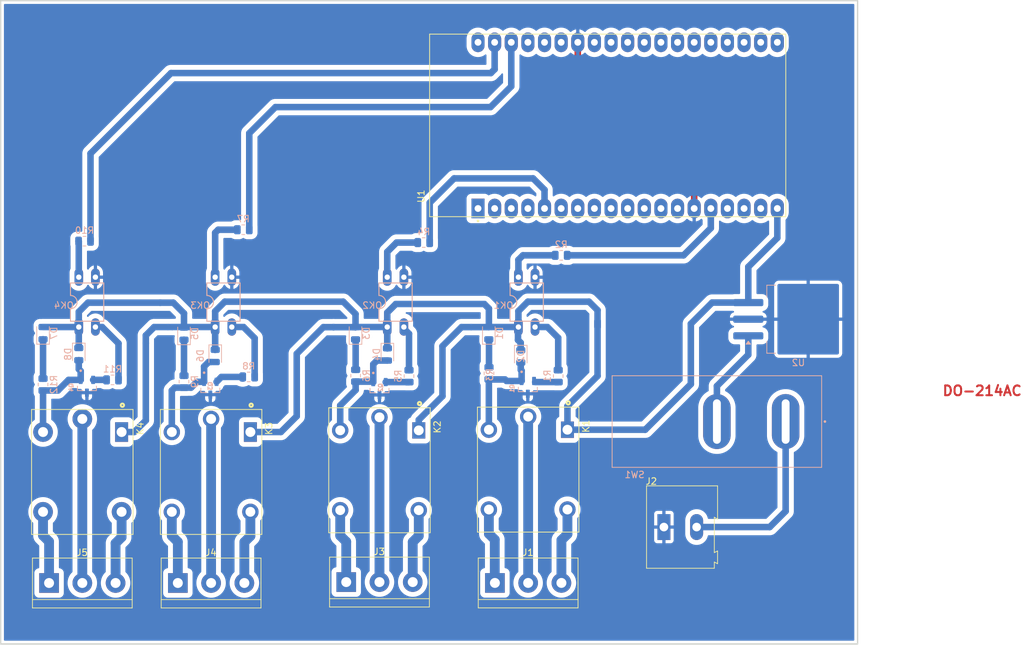
<source format=kicad_pcb>
(kicad_pcb (version 20241229) (generator "pcbnew") (generator_version "9.0")
  (layers (0 "F.Cu" signal) (2 "B.Cu" signal) (13 "F.Paste" user) (15 "B.Paste" user) (5 "F.SilkS" user "F.Silkscreen") (7 "B.SilkS" user "B.Silkscreen") (1 "F.Mask" user) (3 "B.Mask" user) (25 "Edge.Cuts" user))
  (net 0 "")
  (net 1 "+5V")
  (net 2 "COM")
  (net 3 "NO")
  (net 4 "NC")
  (net 5 "Net-(OK1-Pad1)")
  (net 6 "Net-(OK1-Pad3)")
  (net 7 "Net-(Q1-B)")
  (net 8 "Net-(D1-K)")
  (net 9 "GND")
  (net 10 "INPUT")
  (net 11 "Net-(D2-A)")
  (net 23 "Net-(D7-K)")
  (net 27 "Net-(D8-A)")
  (net 31 "Net-(SW1A-B)")
  (net 46 "Net-(J2-Pin_2)")
  (net 47 "Net-(D3-K)")
  (net 48 "Net-(D4-A)")
  (net 49 "Net-(OK2-Pad3)")
  (net 50 "Net-(OK2-Pad1)")
  (net 51 "Net-(Q2-B)")
  (net 52 "NC1")
  (net 53 "NO1")
  (net 54 "COM1")
  (net 55 "INPUT1")
  (net 56 "Net-(D5-K)")
  (net 57 "Net-(D6-A)")
  (net 58 "COM2")
  (net 59 "NC2")
  (net 60 "NO2")
  (net 61 "Net-(OK3-Pad1)")
  (net 62 "INPUT2")
  (net 63 "Net-(Q3-B)")
  (net 64 "Net-(OK3-Pad3)")
  (net 65 "NO3")
  (net 66 "NC3")
  (net 67 "COM3")
  (net 68 "Net-(OK4-Pad1)")
  (net 69 "INPUT3")
  (net 70 "Net-(OK4-Pad3)")
  (net 71 "Net-(Q4-B)")
  (footprint "TerminalBlock:TerminalBlock_bornier-3_P5.08mm" (layer "F.Cu") (at 43.09 124.25)
    (property "Reference" "J4" (at 5.05 -4.65 0) (layer "F.SilkS"))
    (property "Value" "Screw_Terminal_01x03")
    (pad "1" thru_hole rect (at 0 0) (size 3 3) (drill 1.52) (layers "*.Cu" "*.Mask") (net 60 "NO2"))
    (pad "2" thru_hole circle (at 5.08 0) (size 3 3) (drill 1.52) (layers "*.Cu" "*.Mask") (net 58 "COM2"))
    (pad "3" thru_hole circle (at 10.16 0) (size 3 3) (drill 1.52) (layers "*.Cu" "*.Mask") (net 59 "NC2"))
  )
  (footprint "SRD-05VDC-SL-C:RELAY_SRD-05VDC-SL-C" (layer "F.Cu") (at 73.89 107.02 -90)
    (property "Reference" "K2" (at -6.62563 -8.83584 90) (layer "F.SilkS") (effects (font (size 1.000094 1.000094))))
    (property "Value" "SRD-05VDC-SL-C")
    (pad "A1" thru_hole rect (at -6.1 -6 270) (size 2.5 1.98) (drill 1.5) (layers "*.Cu" "*.Mask") (net 1 "+5V"))
    (pad "A2" thru_hole circle (at -6.1 6 270) (size 2.5 2.5) (drill 1.5) (layers "*.Cu" "*.Mask") (net 48 "Net-(D4-A)"))
    (pad "COM" thru_hole circle (at -8.1 0 270) (size 2.5 2.5) (drill 1.5) (layers "*.Cu" "*.Mask") (net 54 "COM1"))
    (pad "NC" thru_hole circle (at 6.1 -6 270) (size 2.5 2.5) (drill 1.5) (layers "*.Cu" "*.Mask") (net 52 "NC1"))
    (pad "NO" thru_hole circle (at 6.1 6 270) (size 2.5 2.5) (drill 1.5) (layers "*.Cu" "*.Mask") (net 53 "NO1"))
  )
  (footprint "RELAY:RELAY_SRD-05VDC-SL-C" (layer "F.Cu") (at 48.17 107.2725 -90)
    (property "Reference" "K3" (at -6.62563 -8.83584 90) (layer "F.SilkS") (effects (font (size 1.000094 1.000094))))
    (property "Value" "SRD-05VDC-SL-C")
    (pad "A1" thru_hole rect (at -6.1 -6 270) (size 3 1.98) (drill 1.52) (layers "*.Cu" "*.Mask") (net 1 "+5V"))
    (pad "A2" thru_hole circle (at -6.1 6 270) (size 2.5 2.5) (drill 1.52) (layers "*.Cu" "*.Mask") (net 57 "Net-(D6-A)"))
    (pad "COM" thru_hole circle (at -8.1 0 270) (size 2.5 2.5) (drill 1.52) (layers "*.Cu" "*.Mask") (net 58 "COM2"))
    (pad "NC" thru_hole circle (at 6.1 -6 270) (size 2.5 2.5) (drill 1.5) (layers "*.Cu" "*.Mask") (net 59 "NC2"))
    (pad "NO" thru_hole circle (at 6.1 6 270) (size 2.5 2.5) (drill 1.52) (layers "*.Cu" "*.Mask") (net 60 "NO2"))
  )
  (footprint "SRD-05VDC-SL-C:RELAY_SRD-05VDC-SL-C" (layer "F.Cu") (at 96.6 106.91875 -90)
    (property "Reference" "K1" (at -6.62563 -8.83584 90) (layer "F.SilkS") (effects (font (size 1.000094 1.000094))))
    (property "Value" "SRD-05VDC-SL-C")
    (pad "A1" thru_hole rect (at -6.1 -6 270) (size 2.5 1.98) (drill 1.5) (layers "*.Cu" "*.Mask") (net 1 "+5V"))
    (pad "A2" thru_hole circle (at -6.1 6 270) (size 2.5 2.5) (drill 1.5) (layers "*.Cu" "*.Mask") (net 11 "Net-(D2-A)"))
    (pad "COM" thru_hole circle (at -8.1 0 270) (size 2.5 2.5) (drill 1.5) (layers "*.Cu" "*.Mask") (net 2 "COM"))
    (pad "NC" thru_hole circle (at 6.1 -6 270) (size 2.5 2.5) (drill 1.5) (layers "*.Cu" "*.Mask") (net 4 "NC"))
    (pad "NO" thru_hole circle (at 6.1 6 270) (size 2.5 2.5) (drill 1.5) (layers "*.Cu" "*.Mask") (net 3 "NO"))
  )
  (footprint "TerminalBlock:TerminalBlock_bornier-3_P5.08mm" (layer "F.Cu") (at 23.42 124.25)
    (property "Reference" "J5" (at 5.05 -4.65 0) (layer "F.SilkS"))
    (property "Value" "Screw_Terminal_01x03")
    (pad "1" thru_hole rect (at 0 0) (size 3 3) (drill 1.52) (layers "*.Cu" "*.Mask") (net 65 "NO3"))
    (pad "2" thru_hole circle (at 5.08 0) (size 3 3) (drill 1.52) (layers "*.Cu" "*.Mask") (net 67 "COM3"))
    (pad "3" thru_hole circle (at 10.16 0) (size 3 3) (drill 1.52) (layers "*.Cu" "*.Mask") (net 66 "NC3"))
  )
  (footprint "TerminalBlock:TerminalBlock_bornier-3_P5.08mm" (layer "F.Cu") (at 91.52 124.24)
    (property "Reference" "J1" (at 5.05 -4.65 0) (layer "F.SilkS"))
    (property "Value" "Screw_Terminal_01x03")
    (pad "1" thru_hole rect (at 0 0) (size 3 3) (drill 1.52) (layers "*.Cu" "*.Mask") (net 3 "NO"))
    (pad "2" thru_hole circle (at 5.08 0) (size 3 3) (drill 1.52) (layers "*.Cu" "*.Mask") (net 2 "COM"))
    (pad "3" thru_hole circle (at 10.16 0) (size 3 3) (drill 1.52) (layers "*.Cu" "*.Mask") (net 4 "NC"))
  )
  (footprint "RELAY_SRD-05VDC-SL-C:RELAY_SRD-05VDC-SL-C" (layer "F.Cu") (at 28.5 107.2725 -90)
    (property "Reference" "K4" (at -6.62563 -8.83584 90) (layer "F.SilkS") (effects (font (size 1.000094 1.000094))))
    (property "Value" "SRD-05VDC-SL-C")
    (pad "A1" thru_hole rect (at -6.1 -6 270) (size 3 1.98) (drill 1.52) (layers "*.Cu" "*.Mask") (net 1 "+5V"))
    (pad "A2" thru_hole circle (at -6.1 6 270) (size 3 3) (drill 1.52) (layers "*.Cu" "*.Mask") (net 27 "Net-(D8-A)"))
    (pad "COM" thru_hole circle (at -8.1 0 270) (size 3 3) (drill 1.52) (layers "*.Cu" "*.Mask") (net 67 "COM3"))
    (pad "NC" thru_hole circle (at 6.1 -6 270) (size 3 3) (drill 1.52) (layers "*.Cu" "*.Mask") (net 66 "NC3"))
    (pad "NO" thru_hole circle (at 6.1 6 270) (size 3 3) (drill 1.52) (layers "*.Cu" "*.Mask") (net 65 "NO3"))
  )
  (footprint "ESP32−DEVKITC32D:MODULE_ESP32-DEVKITC-32D" (layer "F.Cu") (at 108.7 54.3 90)
    (property "Reference" "U1" (at -10.829175 -28.446045 90) (layer "F.SilkS") (effects (font (size 1.000386 1.000386))))
    (property "Value" "ESP32-DEVKITC-32D")
    (pad "J2-1" thru_hole rect (at -12.7 -19.76 90) (size 3 2) (drill 1.04) (layers "*.Cu" "*.Mask"))
    (pad "J2-2" thru_hole oval (at -12.7 -17.22 90) (size 3 2) (drill 1.04) (layers "*.Cu" "*.Mask"))
    (pad "J2-3" thru_hole oval (at -12.7 -14.68 90) (size 3 2) (drill 1.04) (layers "*.Cu" "*.Mask"))
    (pad "J2-4" thru_hole oval (at -12.7 -12.14 90) (size 3 2) (drill 1.04) (layers "*.Cu" "*.Mask"))
    (pad "J2-5" thru_hole oval (at -12.7 -9.6 90) (size 3 2) (drill 1.04) (layers "*.Cu" "*.Mask") (net 55 "INPUT1"))
    (pad "J2-6" thru_hole oval (at -12.7 -7.06 90) (size 3 2) (drill 1.04) (layers "*.Cu" "*.Mask"))
    (pad "J2-7" thru_hole oval (at -12.7 -4.52 90) (size 3 2) (drill 1.04) (layers "*.Cu" "*.Mask"))
    (pad "J2-8" thru_hole oval (at -12.7 -1.98 90) (size 3 2) (drill 1.04) (layers "*.Cu" "*.Mask"))
    (pad "J2-9" thru_hole oval (at -12.7 0.56 90) (size 3 2) (drill 1.04) (layers "*.Cu" "*.Mask"))
    (pad "J2-10" thru_hole oval (at -12.7 3.1 90) (size 3 2) (drill 1.04) (layers "*.Cu" "*.Mask"))
    (pad "J2-11" thru_hole oval (at -12.7 5.64 90) (size 3 2) (drill 1.04) (layers "*.Cu" "*.Mask"))
    (pad "J2-12" thru_hole oval (at -12.7 8.18 90) (size 3 2) (drill 1.04) (layers "*.Cu" "*.Mask"))
    (pad "J2-13" thru_hole oval (at -12.7 10.72 90) (size 3 2) (drill 1.04) (layers "*.Cu" "*.Mask"))
    (pad "J2-14" thru_hole oval (at -12.7 13.26 90) (size 3 2) (drill 1.04) (layers "*.Cu" "*.Mask") (net 9 "GND"))
    (pad "J2-15" thru_hole oval (at -12.7 15.8 90) (size 3 2) (drill 1.04) (layers "*.Cu" "*.Mask") (net 10 "INPUT"))
    (pad "J2-16" thru_hole oval (at -12.7 18.34 90) (size 3 2) (drill 1.04) (layers "*.Cu" "*.Mask"))
    (pad "J2-17" thru_hole oval (at -12.7 20.88 90) (size 3 2) (drill 1.04) (layers "*.Cu" "*.Mask"))
    (pad "J2-18" thru_hole oval (at -12.7 23.42 90) (size 3 2) (drill 1.04) (layers "*.Cu" "*.Mask"))
    (pad "J2-19" thru_hole oval (at -12.7 25.96 90) (size 3 2) (drill 1.04) (layers "*.Cu" "*.Mask") (net 1 "+5V"))
    (pad "J3-1" thru_hole oval (at 12.7 -19.76 90) (size 3 2) (drill 1.04) (layers "*.Cu" "*.Mask"))
    (pad "J3-2" thru_hole oval (at 12.7 -17.22 90) (size 3 2) (drill 1.04) (layers "*.Cu" "*.Mask") (net 69 "INPUT3"))
    (pad "J3-3" thru_hole oval (at 12.7 -14.68 90) (size 3 2) (drill 1.04) (layers "*.Cu" "*.Mask") (net 62 "INPUT2"))
    (pad "J3-4" thru_hole oval (at 12.7 -12.14 90) (size 3 2) (drill 1.04) (layers "*.Cu" "*.Mask"))
    (pad "J3-5" thru_hole oval (at 12.7 -9.6 90) (size 3 2) (drill 1.04) (layers "*.Cu" "*.Mask"))
    (pad "J3-6" thru_hole oval (at 12.7 -7.06 90) (size 3 2) (drill 1.04) (layers "*.Cu" "*.Mask"))
    (pad "J3-7" thru_hole oval (at 12.7 -4.52 90) (size 3 2) (drill 1.04) (layers "*.Cu" "*.Mask") (net 9 "GND"))
    (pad "J3-8" thru_hole oval (at 12.7 -1.98 90) (size 3 2) (drill 1.04) (layers "*.Cu" "*.Mask"))
    (pad "J3-9" thru_hole oval (at 12.7 0.56 90) (size 3 2) (drill 1.04) (layers "*.Cu" "*.Mask"))
    (pad "J3-10" thru_hole oval (at 12.7 3.1 90) (size 3 2) (drill 1.04) (layers "*.Cu" "*.Mask"))
    (pad "J3-11" thru_hole oval (at 12.7 5.64 90) (size 3 2) (drill 1.04) (layers "*.Cu" "*.Mask"))
    (pad "J3-12" thru_hole oval (at 12.7 8.18 90) (size 3 2) (drill 1.04) (layers "*.Cu" "*.Mask"))
    (pad "J3-13" thru_hole oval (at 12.7 10.72 90) (size 3 2) (drill 1.04) (layers "*.Cu" "*.Mask"))
    (pad "J3-14" thru_hole oval (at 12.7 13.26 90) (size 3 2) (drill 1.04) (layers "*.Cu" "*.Mask"))
    (pad "J3-15" thru_hole oval (at 12.7 15.8 90) (size 3 2) (drill 1.04) (layers "*.Cu" "*.Mask"))
    (pad "J3-16" thru_hole oval (at 12.7 18.34 90) (size 3 2) (drill 1.04) (layers "*.Cu" "*.Mask"))
    (pad "J3-17" thru_hole oval (at 12.7 20.88 90) (size 3 2) (drill 1.04) (layers "*.Cu" "*.Mask"))
    (pad "J3-18" thru_hole oval (at 12.7 23.42 90) (size 3 2) (drill 1.04) (layers "*.Cu" "*.Mask"))
    (pad "J3-19" thru_hole oval (at 12.7 25.96 90) (size 3 2) (drill 1.04) (layers "*.Cu" "*.Mask"))
  )
  (footprint "TerminalBlock:TerminalBlock_bornier-3_P5.08mm" (layer "F.Cu") (at 68.81 124.11)
    (property "Reference" "J3" (at 5.05 -4.65 0) (layer "F.SilkS"))
    (property "Value" "Screw_Terminal_01x03")
    (pad "1" thru_hole rect (at 0 0) (size 3 3) (drill 1.52) (layers "*.Cu" "*.Mask") (net 53 "NO1"))
    (pad "2" thru_hole circle (at 5.08 0) (size 3 3) (drill 1.52) (layers "*.Cu" "*.Mask") (net 54 "COM1"))
    (pad "3" thru_hole circle (at 10.16 0) (size 3 3) (drill 1.52) (layers "*.Cu" "*.Mask") (net 52 "NC1"))
  )
  (footprint "TerminalBlock:TerminalBlock_Altech_AK300-2_P5.00mm" (layer "F.Cu") (at 117.335 115.7)
    (property "Reference" "J2" (at -1.92 -6.99 0) (layer "F.SilkS"))
    (property "Value" "ENTRADA")
    (pad "1" thru_hole rect (at 0 0) (size 1.98 3.96) (drill 1.32) (layers "*.Cu" "*.Mask") (net 9 "GND"))
    (pad "2" thru_hole oval (at 5 0) (size 1.98 3.96) (drill 1.32) (layers "*.Cu" "*.Mask") (net 46 "Net-(J2-Pin_2)"))
  )
  (footprint "LED_SMD:LED_0805_2012Metric" (layer "B.Cu") (at 70.23 86.08 90)
    (property "Reference" "D3" (at 0 1.65 90) (layer "B.SilkS") (effects (justify mirror)))
    (property "Value" "LED")
    (pad "1" smd roundrect (at -0.9375 0 90) (size 0.975 1.4) (layers "B.Cu" "B.Mask" "B.Paste") (net 47 "Net-(D3-K)"))
    (pad "2" smd roundrect (at 0.9375 0 90) (size 0.975 1.4) (layers "B.Cu" "B.Mask" "B.Paste") (net 1 "+5V"))
  )
  (footprint "Resistor_SMD:R_0805_2012Metric" (layer "B.Cu") (at 78.4 92.6275 -90)
    (property "Reference" "R5" (at 0 1.65 90) (layer "B.SilkS") (effects (justify mirror)))
    (property "Value" "1K")
    (pad "1" smd roundrect (at -0.9125 0 270) (size 1.025 1.4) (layers "B.Cu" "B.Mask" "B.Paste") (roundrect_rratio 0.243902) (net 49 "Net-(OK2-Pad3)"))
    (pad "2" smd roundrect (at 0.9125 0 270) (size 1.025 1.4) (layers "B.Cu" "B.Mask" "B.Paste") (roundrect_rratio 0.243902) (net 51 "Net-(Q2-B)"))
  )
  (footprint "DIL04:DIL04" (layer "B.Cu") (at 50.06 81.31)
    (property "Reference" "OK3" (at -3.55644 0.50807 0) (layer "B.SilkS") (effects (font (size 1.000126 1.000126)) (justify mirror)))
    (property "Value" "PC814")
    (pad "1" thru_hole oval (at -1.27 -3.81) (size 1.3208 2.6416) (drill 0.8128) (layers "*.Cu" "*.Mask") (net 61 "Net-(OK3-Pad1)"))
    (pad "2" thru_hole oval (at 1.27 -3.81) (size 1.3208 2.6416) (drill 0.8128) (layers "*.Cu" "*.Mask") (net 9 "GND"))
    (pad "3" thru_hole oval (at 1.27 3.81) (size 1.3208 2.6416) (drill 0.8128) (layers "*.Cu" "*.Mask") (net 64 "Net-(OK3-Pad3)"))
    (pad "4" thru_hole oval (at -1.27 3.81) (size 1.3208 2.6416) (drill 0.8128) (layers "*.Cu" "*.Mask") (net 1 "+5V"))
  )
  (footprint "Package_TO_SOT_SMD:TO-263-3_TabPin2" (layer "B.Cu") (at 137.875 83.925)
    (property "Reference" "U2" (at 0 6.65 180) (layer "B.SilkS") (effects (justify mirror)))
    (property "Value" "L7805")
    (pad "1" smd roundrect (at -7.65 2.54) (size 4.6 1.1) (layers "B.Cu" "B.Mask" "B.Paste") (roundrect_rratio 0.227273) (net 31 "Net-(SW1A-B)"))
    (pad "2" smd roundrect (at -7.65 0) (size 4.6 1.1) (layers "B.Cu" "B.Mask" "B.Paste") (roundrect_rratio 0.227273) (net 9 "GND"))
    (pad "2" smd roundrect (at 1.5 0) (size 9.4 10.8) (layers "B.Cu" "B.Mask") (roundrect_rratio 0.026596) (net 9 "GND"))
    (pad "3" smd roundrect (at -7.65 -2.54) (size 4.6 1.1) (layers "B.Cu" "B.Mask" "B.Paste") (roundrect_rratio 0.227273) (net 1 "+5V"))
  )
  (footprint "Resistor_SMD:R_0805_2012Metric" (layer "B.Cu") (at 101.6475 74.16 180)
    (property "Reference" "R2" (at 0 1.65 0) (layer "B.SilkS") (effects (justify mirror)))
    (property "Value" "220R")
    (pad "1" smd roundrect (at -0.9125 0 180) (size 1.025 1.4) (layers "B.Cu" "B.Mask" "B.Paste") (roundrect_rratio 0.243902) (net 10 "INPUT"))
    (pad "2" smd roundrect (at 0.9125 0 180) (size 1.025 1.4) (layers "B.Cu" "B.Mask" "B.Paste") (roundrect_rratio 0.243902) (net 5 "Net-(OK1-Pad1)"))
  )
  (footprint "Resistor_SMD:R_0805_2012Metric" (layer "B.Cu") (at 22.5 93.9125 90)
    (property "Reference" "R12" (at 0 1.65 90) (layer "B.SilkS") (effects (justify mirror)))
    (property "Value" "220R")
    (pad "1" smd roundrect (at -0.9125 0 90) (size 1.025 1.4) (layers "B.Cu" "B.Mask" "B.Paste") (roundrect_rratio 0.243902) (net 27 "Net-(D8-A)"))
    (pad "2" smd roundrect (at 0.9125 0 90) (size 1.025 1.4) (layers "B.Cu" "B.Mask" "B.Paste") (roundrect_rratio 0.243902) (net 23 "Net-(D7-K)"))
  )
  (footprint "DIL04:DIL04" (layer "B.Cu") (at 29.23 81.31)
    (property "Reference" "OK4" (at -3.55644 0.50807 0) (layer "B.SilkS") (effects (font (size 1.000126 1.000126)) (justify mirror)))
    (property "Value" "PC814")
    (pad "1" thru_hole oval (at -1.27 -3.81) (size 1.3208 2.6416) (drill 0.8128) (layers "*.Cu" "*.Mask") (net 68 "Net-(OK4-Pad1)"))
    (pad "2" thru_hole oval (at 1.27 -3.81) (size 1.3208 2.6416) (drill 0.8128) (layers "*.Cu" "*.Mask") (net 9 "GND"))
    (pad "3" thru_hole oval (at 1.27 3.81) (size 1.3208 2.6416) (drill 0.8128) (layers "*.Cu" "*.Mask") (net 70 "Net-(OK4-Pad3)"))
    (pad "4" thru_hole oval (at -1.27 3.81) (size 1.3208 2.6416) (drill 0.8128) (layers "*.Cu" "*.Mask") (net 1 "+5V"))
  )
  (footprint "PC814:DIL04" (layer "B.Cu") (at 76.345 81.31)
    (property "Reference" "OK2" (at -3.55644 0.50807 0) (layer "B.SilkS") (effects (font (size 1.000126 1.000126)) (justify mirror)))
    (property "Value" "PC814")
    (pad "1" thru_hole oval (at -1.27 -3.81) (size 1.3208 2.6416) (drill 0.8128) (layers "*.Cu" "*.Mask") (net 50 "Net-(OK2-Pad1)"))
    (pad "2" thru_hole oval (at 1.27 -3.81) (size 1.3208 2.6416) (drill 0.8128) (layers "*.Cu" "*.Mask") (net 9 "GND"))
    (pad "3" thru_hole oval (at 1.27 3.81) (size 1.3208 2.6416) (drill 0.8128) (layers "*.Cu" "*.Mask") (net 49 "Net-(OK2-Pad3)"))
    (pad "4" thru_hole oval (at -1.27 3.81) (size 1.3208 2.6416) (drill 0.8128) (layers "*.Cu" "*.Mask") (net 1 "+5V"))
  )
  (footprint "Resistor_SMD:R_0805_2012Metric" (layer "B.Cu") (at 33.1125 93.2 180)
    (property "Reference" "R11" (at 0 1.65 0) (layer "B.SilkS") (effects (justify mirror)))
    (property "Value" "1K")
    (pad "1" smd roundrect (at -0.9125 0 180) (size 1.025 1.4) (layers "B.Cu" "B.Mask" "B.Paste") (roundrect_rratio 0.243902) (net 70 "Net-(OK4-Pad3)"))
    (pad "2" smd roundrect (at 0.9125 0 180) (size 1.025 1.4) (layers "B.Cu" "B.Mask" "B.Paste") (roundrect_rratio 0.243902) (net 71 "Net-(Q4-B)"))
  )
  (footprint "BC547:SOT95P230X110-3N" (layer "B.Cu") (at 48.05 94.48 -90)
    (property "Reference" "Q3" (at -0.3475 0 90) (layer "B.SilkS") (effects (font (size 0.64 0.64)) (justify mirror)))
    (property "Value" "BC547")
    (pad "1" smd roundrect (at -0.98 0.95 270) (size 1.26 0.59) (layers "B.Cu" "B.Mask" "B.Paste") (roundrect_rratio 0.125) (net 57 "Net-(D6-A)"))
    (pad "2" smd roundrect (at -0.98 -0.95 270) (size 1.26 0.59) (layers "B.Cu" "B.Mask" "B.Paste") (roundrect_rratio 0.125) (net 63 "Net-(Q3-B)"))
    (pad "3" smd roundrect (at 0.98 0 270) (size 1.26 0.59) (layers "B.Cu" "B.Mask" "B.Paste") (roundrect_rratio 0.125) (net 9 "GND"))
  )
  (footprint "BC547:SOT95P230X110-3N" (layer "B.Cu") (at 29.2 94.18 -90)
    (property "Reference" "Q4" (at 0.172 2.4064 90) (layer "B.SilkS") (effects (font (size 0.64 0.64)) (justify mirror)))
    (property "Value" "BC547")
    (pad "1" smd roundrect (at -0.98 0.95 270) (size 1.26 0.59) (layers "B.Cu" "B.Mask" "B.Paste") (roundrect_rratio 0.125) (net 27 "Net-(D8-A)"))
    (pad "2" smd roundrect (at -0.98 -0.95 270) (size 1.26 0.59) (layers "B.Cu" "B.Mask" "B.Paste") (roundrect_rratio 0.125) (net 71 "Net-(Q4-B)"))
    (pad "3" smd roundrect (at 0.98 0 270) (size 1.26 0.59) (layers "B.Cu" "B.Mask" "B.Paste") (roundrect_rratio 0.125) (net 9 "GND"))
  )
  (footprint "BC547:SOT95P230X110-3N" (layer "B.Cu") (at 73.89 94.52 -90)
    (property "Reference" "Q2" (at -0.1475 -0.175 90) (layer "B.SilkS") (effects (font (size 0.64 0.64)) (justify mirror)))
    (property "Value" "BC547")
    (pad "1" smd roundrect (at -0.98 0.95 270) (size 1.26 0.59) (layers "B.Cu" "B.Mask" "B.Paste") (roundrect_rratio 0.125) (net 48 "Net-(D4-A)"))
    (pad "2" smd roundrect (at -0.98 -0.95 270) (size 1.26 0.59) (layers "B.Cu" "B.Mask" "B.Paste") (roundrect_rratio 0.125) (net 51 "Net-(Q2-B)"))
    (pad "3" smd roundrect (at 0.98 0 270) (size 1.26 0.59) (layers "B.Cu" "B.Mask" "B.Paste") (roundrect_rratio 0.125) (net 9 "GND"))
  )
  (footprint "Resistor_SMD:R_0805_2012Metric" (layer "B.Cu") (at 101.19 92.6225 -90)
    (property "Reference" "R1" (at 0 1.65 90) (layer "B.SilkS") (effects (justify mirror)))
    (property "Value" "1K")
    (pad "1" smd roundrect (at -0.9125 0 270) (size 1.025 1.4) (layers "B.Cu" "B.Mask" "B.Paste") (roundrect_rratio 0.243902) (net 6 "Net-(OK1-Pad3)"))
    (pad "2" smd roundrect (at 0.9125 0 270) (size 1.025 1.4) (layers "B.Cu" "B.Mask" "B.Paste") (roundrect_rratio 0.243902) (net 7 "Net-(Q1-B)"))
  )
  (footprint "Resistor_SMD:R_0805_2012Metric" (layer "B.Cu") (at 44.03 93.4725 90)
    (property "Reference" "R9" (at 0 1.65 90) (layer "B.SilkS") (effects (justify mirror)))
    (property "Value" "220R")
    (pad "1" smd roundrect (at -0.9125 0 90) (size 1.025 1.4) (layers "B.Cu" "B.Mask" "B.Paste") (roundrect_rratio 0.243902) (net 57 "Net-(D6-A)"))
    (pad "2" smd roundrect (at 0.9125 0 90) (size 1.025 1.4) (layers "B.Cu" "B.Mask" "B.Paste") (roundrect_rratio 0.243902) (net 56 "Net-(D5-K)"))
  )
  (footprint "Resistor_SMD:R_0805_2012Metric" (layer "B.Cu") (at 53.0875 70.25 180)
    (property "Reference" "R7" (at 0 1.65 0) (layer "B.SilkS") (effects (justify mirror)))
    (property "Value" "220R")
    (pad "1" smd roundrect (at -0.9125 0 180) (size 1.025 1.4) (layers "B.Cu" "B.Mask" "B.Paste") (roundrect_rratio 0.243902) (net 62 "INPUT2"))
    (pad "2" smd roundrect (at 0.9125 0 180) (size 1.025 1.4) (layers "B.Cu" "B.Mask" "B.Paste") (roundrect_rratio 0.243902) (net 61 "Net-(OK3-Pad1)"))
  )
  (footprint "LED_SMD:LED_0805_2012Metric" (layer "B.Cu") (at 22.5 86.0625 90)
    (property "Reference" "D7" (at 0 1.65 90) (layer "B.SilkS") (effects (justify mirror)))
    (property "Value" "LED")
    (pad "1" smd roundrect (at -0.9375 0 90) (size 0.975 1.4) (layers "B.Cu" "B.Mask" "B.Paste") (net 23 "Net-(D7-K)"))
    (pad "2" smd roundrect (at 0.9375 0 90) (size 0.975 1.4) (layers "B.Cu" "B.Mask" "B.Paste") (net 1 "+5V"))
  )
  (footprint "Diode_SMD:D_0805_2012Metric" (layer "B.Cu") (at 48.8 89.5375 -90)
    (property "Reference" "D6" (at -0.025 2.28 90) (layer "B.SilkS") (effects (justify mirror)))
    (property "Value" "1N4007")
    (pad "1" smd roundrect (at -0.9375 0 270) (size 0.975 1.4) (layers "B.Cu" "B.Mask" "B.Paste") (net 1 "+5V"))
    (pad "2" smd roundrect (at 0.9375 0 270) (size 0.975 1.4) (layers "B.Cu" "B.Mask" "B.Paste") (net 57 "Net-(D6-A)"))
  )
  (footprint "Diode_SMD:D_0805_2012Metric" (layer "B.Cu") (at 95.47 89.61 -90)
    (property "Reference" "D2" (at -0.02 0 90) (layer "B.SilkS") (effects (justify mirror)))
    (property "Value" "1N4007")
    (pad "1" smd roundrect (at -0.9375 0 270) (size 0.975 1.4) (layers "B.Cu" "B.Mask" "B.Paste") (net 1 "+5V"))
    (pad "2" smd roundrect (at 0.9375 0 270) (size 0.975 1.4) (layers "B.Cu" "B.Mask" "B.Paste") (net 11 "Net-(D2-A)"))
  )
  (footprint "LED_SMD:LED_0805_2012Metric" (layer "B.Cu") (at 44.03 86.13 90)
    (property "Reference" "D5" (at 0 1.65 90) (layer "B.SilkS") (effects (justify mirror)))
    (property "Value" "LED")
    (pad "1" smd roundrect (at -0.9375 0 90) (size 0.975 1.4) (layers "B.Cu" "B.Mask" "B.Paste") (net 56 "Net-(D5-K)"))
    (pad "2" smd roundrect (at 0.9375 0 90) (size 0.975 1.4) (layers "B.Cu" "B.Mask" "B.Paste") (net 1 "+5V"))
  )
  (footprint "LED_SMD:LED_0805_2012Metric" (layer "B.Cu") (at 90.59 86.07 90)
    (property "Reference" "D1" (at 0 1.65 90) (layer "B.SilkS") (effects (justify mirror)))
    (property "Value" "LED")
    (pad "1" smd roundrect (at -0.9375 0 90) (size 0.975 1.4) (layers "B.Cu" "B.Mask" "B.Paste") (net 8 "Net-(D1-K)"))
    (pad "2" smd roundrect (at 0.9375 0 90) (size 0.975 1.4) (layers "B.Cu" "B.Mask" "B.Paste") (net 1 "+5V"))
  )
  (footprint "Resistor_SMD:R_0805_2012Metric" (layer "B.Cu") (at 28.8375 72 180)
    (property "Reference" "R10" (at 0 1.65 0) (layer "B.SilkS") (effects (justify mirror)))
    (property "Value" "220R")
    (pad "1" smd roundrect (at -0.9125 0 180) (size 1.025 1.4) (layers "B.Cu" "B.Mask" "B.Paste") (roundrect_rratio 0.243902) (net 69 "INPUT3"))
    (pad "2" smd roundrect (at 0.9125 0 180) (size 1.025 1.4) (layers "B.Cu" "B.Mask" "B.Paste") (roundrect_rratio 0.243902) (net 68 "Net-(OK4-Pad1)"))
  )
  (footprint "Resistor_SMD:R_0805_2012Metric" (layer "B.Cu") (at 90.62 92.2025 90)
    (property "Reference" "R3" (at -0.2075 0.11 90) (layer "B.SilkS") (effects (justify mirror)))
    (property "Value" "220R")
    (pad "1" smd roundrect (at -0.9125 0 90) (size 1.025 1.4) (layers "B.Cu" "B.Mask" "B.Paste") (roundrect_rratio 0.243902) (net 11 "Net-(D2-A)"))
    (pad "2" smd roundrect (at 0.9125 0 90) (size 1.025 1.4) (layers "B.Cu" "B.Mask" "B.Paste") (roundrect_rratio 0.243902) (net 8 "Net-(D1-K)"))
  )
  (footprint "Diode_SMD:D_0805_2012Metric" (layer "B.Cu") (at 27.96 89.2625 -90)
    (property "Reference" "D8" (at 0 1.65 90) (layer "B.SilkS") (effects (justify mirror)))
    (property "Value" "1N4007")
    (pad "1" smd roundrect (at -0.9375 0 270) (size 0.975 1.4) (layers "B.Cu" "B.Mask" "B.Paste") (net 1 "+5V"))
    (pad "2" smd roundrect (at 0.9375 0 270) (size 0.975 1.4) (layers "B.Cu" "B.Mask" "B.Paste") (net 27 "Net-(D8-A)"))
  )
  (footprint "Diode_SMD:D_0805_2012Metric" (layer "B.Cu") (at 75.1 89.3075 -90)
    (property "Reference" "D4" (at 0 1.65 90) (layer "B.SilkS") (effects (justify mirror)))
    (property "Value" "1N4007")
    (pad "1" smd roundrect (at -0.9375 0 270) (size 0.975 1.4) (layers "B.Cu" "B.Mask" "B.Paste") (net 1 "+5V"))
    (pad "2" smd roundrect (at 0.9375 0 270) (size 0.975 1.4) (layers "B.Cu" "B.Mask" "B.Paste") (net 48 "Net-(D4-A)"))
  )
  (footprint "Resistor_SMD:R_0805_2012Metric" (layer "B.Cu") (at 80.6475 72.21 180)
    (property "Reference" "R4" (at 0 1.65 0) (layer "B.SilkS") (effects (justify mirror)))
    (property "Value" "220R")
    (pad "1" smd roundrect (at -0.9125 0 180) (size 1.025 1.4) (layers "B.Cu" "B.Mask" "B.Paste") (roundrect_rratio 0.243902) (net 55 "INPUT1"))
    (pad "2" smd roundrect (at 0.9125 0 180) (size 1.025 1.4) (layers "B.Cu" "B.Mask" "B.Paste") (roundrect_rratio 0.243902) (net 50 "Net-(OK2-Pad1)"))
  )
  (footprint "BC547:SOT95P230X110-3N" (layer "B.Cu") (at 96.55 94.3475 -90)
    (property "Reference" "Q1" (at 0.172 2.4064 90) (layer "B.SilkS") (effects (font (size 0.64 0.64)) (justify mirror)))
    (property "Value" "BC547")
    (pad "1" smd roundrect (at -0.98 0.95 270) (size 1.26 0.59) (layers "B.Cu" "B.Mask" "B.Paste") (roundrect_rratio 0.125) (net 11 "Net-(D2-A)"))
    (pad "2" smd roundrect (at -0.98 -0.95 270) (size 1.26 0.59) (layers "B.Cu" "B.Mask" "B.Paste") (roundrect_rratio 0.125) (net 7 "Net-(Q1-B)"))
    (pad "3" smd roundrect (at 0.98 0 270) (size 1.26 0.59) (layers "B.Cu" "B.Mask" "B.Paste") (roundrect_rratio 0.125) (net 9 "GND"))
  )
  (footprint "PC814:DIL04" (layer "B.Cu") (at 96.38 81.31)
    (property "Reference" "OK1" (at -3.55644 0.50807 0) (layer "B.SilkS") (effects (font (size 1.000126 1.000126)) (justify mirror)))
    (property "Value" "PC814")
    (pad "1" thru_hole oval (at -1.27 -3.81) (size 1.3208 2.6416) (drill 0.8128) (layers "*.Cu" "*.Mask") (net 5 "Net-(OK1-Pad1)"))
    (pad "2" thru_hole oval (at 1.27 -3.81) (size 1.3208 2.6416) (drill 0.8128) (layers "*.Cu" "*.Mask") (net 9 "GND"))
    (pad "3" thru_hole oval (at 1.27 3.81) (size 1.3208 2.6416) (drill 0.8128) (layers "*.Cu" "*.Mask") (net 6 "Net-(OK1-Pad3)"))
    (pad "4" thru_hole oval (at -1.27 3.81) (size 1.3208 2.6416) (drill 0.8128) (layers "*.Cu" "*.Mask") (net 1 "+5V"))
  )
  (footprint "Resistor_SMD:R_0805_2012Metric" (layer "B.Cu") (at 70.25 92.5625 90)
    (property "Reference" "R6" (at 0 1.65 90) (layer "B.SilkS") (effects (justify mirror)))
    (property "Value" "220R")
    (pad "1" smd roundrect (at -0.9125 0 90) (size 1.025 1.4) (layers "B.Cu" "B.Mask" "B.Paste") (roundrect_rratio 0.243902) (net 48 "Net-(D4-A)"))
    (pad "2" smd roundrect (at 0.9125 0 90) (size 1.025 1.4) (layers "B.Cu" "B.Mask" "B.Paste") (roundrect_rratio 0.243902) (net 47 "Net-(D3-K)"))
  )
  (footprint "RB141C1100:SW_RB141C1100" (layer "B.Cu") (at 125.43 99.57)
    (property "Reference" "SW1" (at -12.575 8.135 0) (layer "B.SilkS") (effects (justify mirror)))
    (property "Value" "SW_DPST_x2")
    (pad "1" thru_hole oval (at 10.5 0) (size 4.2 8.4) (drill oval 1.2 6.8) (layers "*.Cu" "*.Mask") (net 46 "Net-(J2-Pin_2)"))
    (pad "2" thru_hole oval (at 0 0) (size 4.2 8.4) (drill oval 1.2 6.8) (layers "*.Cu" "*.Mask") (net 31 "Net-(SW1A-B)"))
  )
  (footprint "Resistor_SMD:R_0805_2012Metric" (layer "B.Cu") (at 53.9125 92.75 180)
    (property "Reference" "R8" (at 0 1.65 0) (layer "B.SilkS") (effects (justify mirror)))
    (property "Value" "1K")
    (pad "1" smd roundrect (at -0.9125 0 180) (size 1.025 1.4) (layers "B.Cu" "B.Mask" "B.Paste") (roundrect_rratio 0.243902) (net 64 "Net-(OK3-Pad3)"))
    (pad "2" smd roundrect (at 0.9125 0 180) (size 1.025 1.4) (layers "B.Cu" "B.Mask" "B.Paste") (roundrect_rratio 0.243902) (net 63 "Net-(Q3-B)"))
  )
  (gr_rect (start 16.025 35.23) (end 146.92 133.57) (stroke (width 0.2)) (fill no) (layer "Edge.Cuts"))
  (gr_text "DO-214AC" (at 159.75 95.75 -0) (layer "F.Cu") (effects (font (size 1.5 1.5) (thickness 0.3) (bold yes)) (justify left bottom)))
  (segment (start 36.4275 101.1725) (end 34.5 101.1725) (width 1) (layer "B.Cu") (net 1))
  (segment (start 75.075 82.915) (end 75.075 85.12) (width 1) (layer "B.Cu") (net 1))
  (segment (start 96.55 81.25) (end 105.9 81.25) (width 1) (layer "B.Cu") (net 1))
  (segment (start 38.2 99.4) (end 38.2 87.6) (width 1) (layer "B.Cu") (net 1))
  (segment (start 89.9 81.6) (end 76.39 81.6) (width 1) (layer "B.Cu") (net 1))
  (segment (start 27.96 85.12) (end 27.96 82.7992) (width 1) (layer "B.Cu") (net 1))
  (segment (start 90.6025 85.12) (end 90.6025 82.3025) (width 1) (layer "B.Cu") (net 1))
  (segment (start 107.2 85.1) (end 107.2 84.2) (width 1) (layer "B.Cu") (net 1))
  (segment (start 27.96 82.7992) (end 29.3592 81.4) (width 1) (layer "B.Cu") (net 1))
  (segment (start 27.955 85.125) (end 27.96 85.12) (width 1) (layer "B.Cu") (net 1))
  (segment (start 95.11 82.69) (end 96.55 81.25) (width 1) (layer "B.Cu") (net 1))
  (segment (start 38.2 87.6) (end 38.2 86.4) (width 1) (layer "B.Cu") (net 1))
  (segment (start 95.46 88.6625) (end 95.47 88.6725) (width 1) (layer "B.Cu") (net 1))
  (segment (start 83.51 95.69) (end 83.51 88.05) (width 1) (layer "B.Cu") (net 1))
  (segment (start 134.66 71.49) (end 134.66 67) (width 1) (layer "B.Cu") (net 1))
  (segment (start 83.51 88.05) (end 86.4275 85.1325) (width 1) (layer "B.Cu") (net 1))
  (segment (start 43.9575 85.12) (end 44.03 85.1925) (width 1) (layer "B.Cu") (net 1))
  (segment (start 44.03 83.03) (end 44.03 85.1925) (width 1) (layer "B.Cu") (net 1))
  (segment (start 42.255 85.12) (end 43.9575 85.12) (width 1) (layer "B.Cu") (net 1))
  (segment (start 40.4 81.4) (end 42.4 81.4) (width 1) (layer "B.Cu") (net 1))
  (segment (start 76.39 81.6) (end 75.075 82.915) (width 1) (layer "B.Cu") (net 1))
  (segment (start 42.4 81.4) (end 44.03 83.03) (width 1) (layer "B.Cu") (net 1))
  (segment (start 22.5 85.125) (end 27.955 85.125) (width 1) (layer "B.Cu") (net 1))
  (segment (start 41.56 85.125) (end 42.25 85.125) (width 1) (layer "B.Cu") (net 1))
  (segment (start 61.25 98.75) (end 61.25 89.21) (width 1) (layer "B.Cu") (net 1))
  (segment (start 130.225 75.925) (end 134.66 71.49) (width 1) (layer "B.Cu") (net 1))
  (segment (start 75.075 85.12) (end 75.075 88.345) (width 1) (layer "B.Cu") (net 1))
  (segment (start 66.87 85.1425) (end 70.23 85.1425) (width 1) (layer "B.Cu") (net 1))
  (segment (start 95.46 87.52) (end 95.46 88.6625) (width 1) (layer "B.Cu") (net 1))
  (segment (start 79.89 100.92) (end 79.89 99.31) (width 1) (layer "B.Cu") (net 1))
  (segment (start 50.26 81.25) (end 68.35 81.25) (width 1) (layer "B.Cu") (net 1))
  (segment (start 48.79 82.72) (end 50.26 81.25) (width 1) (layer "B.Cu") (net 1))
  (segment (start 95.11 85.12) (end 95.05 85.18) (width 1) (layer "B.Cu") (net 1))
  (segment (start 95.11 85.12) (end 90.6025 85.12) (width 1) (layer "B.Cu") (net 1))
  (segment (start 42.25 85.125) (end 42.255 85.12) (width 1) (layer "B.Cu") (net 1))
  (segment (start 130.225 81.385) (end 130.225 75.925) (width 1) (layer "B.Cu") (net 1))
  (segment (start 107.2 84.2) (end 107.2 92.6) (width 1) (layer "B.Cu") (net 1))
  (segment (start 105.9 81.25) (end 107.2 82.55) (width 1) (layer "B.Cu") (net 1))
  (segment (start 70.23 83.13) (end 70.23 85.1425) (width 1) (layer "B.Cu") (net 1))
  (segment (start 39.475 85.125) (end 41.56 85.125) (width 1) (layer "B.Cu") (net 1))
  (segment (start 130.225 81.385) (end 124.7 81.385) (width 1) (layer "B.Cu") (net 1))
  (segment (start 102.6 97.2) (end 102.6 100.81875) (width 1) (layer "B.Cu") (net 1))
  (segment (start 68.35 81.25) (end 70.23 83.13) (width 1) (layer "B.Cu") (net 1))
  (segment (start 38.2 86.4) (end 39.475 85.125) (width 1) (layer "B.Cu") (net 1))
  (segment (start 38.2 99.4) (end 36.4275 101.1725) (width 1) (layer "B.Cu") (net 1))
  (segment (start 29.3592 81.4) (end 40.4 81.4) (width 1) (layer "B.Cu") (net 1))
  (segment (start 75.075 85.12) (end 70.2525 85.12) (width 1) (layer "B.Cu") (net 1))
  (segment (start 121.45 93.85) (end 121.45 84.635) (width 1) (layer "B.Cu") (net 1))
  (segment (start 65.3175 85.1425) (end 66.87 85.1425) (width 1) (layer "B.Cu") (net 1))
  (segment (start 95.11 85.12) (end 95.11 82.69) (width 1) (layer "B.Cu") (net 1))
  (segment (start 48.79 85.12) (end 48.79 88.59) (width 1) (layer "B.Cu") (net 1))
  (segment (start 87.89 85.1325) (end 90.59 85.1325) (width 1) (layer "B.Cu") (net 1))
  (segment (start 27.96 88.325) (end 27.96 85.12) (width 1) (layer "B.Cu") (net 1))
  (segment (start 58.8275 101.1725) (end 61.25 98.75) (width 1) (layer "B.Cu") (net 1))
  (segment (start 61.25 89.21) (end 65.3175 85.1425) (width 1) (layer "B.Cu") (net 1))
  (segment (start 102.6 100.81875) (end 114.48125 100.81875) (width 1) (layer "B.Cu") (net 1))
  (segment (start 66.88 85.1325) (end 66.87 85.1425) (width 1) (layer "B.Cu") (net 1))
  (segment (start 107.2 92.6) (end 102.6 97.2) (width 1) (layer "B.Cu") (net 1))
  (segment (start 54.17 101.1725) (end 58.8275 101.1725) (width 1) (layer "B.Cu") (net 1))
  (segment (start 79.89 99.31) (end 83.51 95.69) (width 1) (layer "B.Cu") (net 1))
  (segment (start 48.79 85.12) (end 48.79 82.72) (width 1) (layer "B.Cu") (net 1))
  (segment (start 48.79 88.59) (end 48.8 88.6) (width 1) (layer "B.Cu") (net 1))
  (segment (start 90.6025 82.3025) (end 89.9 81.6) (width 1) (layer "B.Cu") (net 1))
  (segment (start 86.4275 85.1325) (end 87.89 85.1325) (width 1) (layer "B.Cu") (net 1))
  (segment (start 48.79 85.12) (end 48.7175 85.1925) (width 1) (layer "B.Cu") (net 1))
  (segment (start 70.2525 85.12) (end 70.23 85.1425) (width 1) (layer "B.Cu") (net 1))
  (segment (start 114.48125 100.81875) (end 121.45 93.85) (width 1) (layer "B.Cu") (net 1))
  (segment (start 95.05 85.18) (end 95.05 87.11) (width 1) (layer "B.Cu") (net 1))
  (segment (start 95.05 87.11) (end 95.46 87.52) (width 1) (layer "B.Cu") (net 1))
  (segment (start 121.45 84.635) (end 124.7 81.385) (width 1) (layer "B.Cu") (net 1))
  (segment (start 90.6025 85.12) (end 90.59 85.1325) (width 1) (layer "B.Cu") (net 1))
  (segment (start 107.2 82.55) (end 107.2 85.1) (width 1) (layer "B.Cu") (net 1))
  (segment (start 75.075 88.345) (end 75.1 88.37) (width 1) (layer "B.Cu") (net 1))
  (segment (start 48.79 85.12) (end 44.1025 85.12) (width 1) (layer "B.Cu") (net 1))
  (segment (start 96.6 98.81875) (end 96.6 124.24) (width 1.5) (layer "B.Cu") (net 2))
  (segment (start 91.5 117.625) (end 91.5 124.22) (width 1.5) (layer "B.Cu") (net 3))
  (segment (start 90.6 116.725) (end 91.5 117.625) (width 1.5) (layer "B.Cu") (net 3))
  (segment (start 91.5 124.22) (end 91.52 124.24) (width 1.5) (layer "B.Cu") (net 3))
  (segment (start 90.6 113.01875) (end 90.6 116.725) (width 1.5) (layer "B.Cu") (net 3))
  (segment (start 102.6 116.775) (end 101.68 117.695) (width 1.5) (layer "B.Cu") (net 4))
  (segment (start 102.6 113.01875) (end 102.6 116.775) (width 1.5) (layer "B.Cu") (net 4))
  (segment (start 101.68 117.695) (end 101.68 124.24) (width 1.5) (layer "B.Cu") (net 4))
  (segment (start 95.8 74.16) (end 100.735 74.16) (width 1) (layer "B.Cu") (net 5))
  (segment (start 95.11 77.5) (end 95.11 74.85) (width 1) (layer "B.Cu") (net 5))
  (segment (start 95.11 74.85) (end 95.8 74.16) (width 1) (layer "B.Cu") (net 5))
  (segment (start 99.53 85.12) (end 101.19 86.78) (width 1) (layer "B.Cu") (net 6))
  (segment (start 97.65 85.12) (end 99.53 85.12) (width 1) (layer "B.Cu") (net 6))
  (segment (start 101.19 86.78) (end 101.19 91.71) (width 1) (layer "B.Cu") (net 6))
  (segment (start 97.6675 93.535) (end 101.19 93.535) (width 1) (layer "B.Cu") (net 7))
  (segment (start 90.62 91.29) (end 90.62 87.0375) (width 1) (layer "B.Cu") (net 8))
  (segment (start 90.62 87.0375) (end 90.59 87.0075) (width 0.2) (layer "B.Cu") (net 8))
  (segment (start 118 54) (end 121.96 57.96) (width 1) (layer "F.Cu") (net 9))
  (segment (start 121.96 57.96) (end 121.96 67) (width 1) (layer "F.Cu") (net 9))
  (segment (start 107 54) (end 118 54) (width 1) (layer "F.Cu") (net 9))
  (segment (start 104.18 51.18) (end 107 54) (width 1) (layer "F.Cu") (net 9))
  (segment (start 104.18 41.6) (end 104.18 51.18) (width 1) (layer "F.Cu") (net 9))
  (segment (start 124.5 70) (end 120.34 74.16) (width 1) (layer "B.Cu") (net 10))
  (segment (start 124.5 67) (end 124.5 70) (width 1) (layer "B.Cu") (net 10))
  (segment (start 120.34 74.16) (end 102.56 74.16) (width 1) (layer "B.Cu") (net 10))
  (segment (start 90.6 100.81875) (end 90.6 93.135) (width 1) (layer "B.Cu") (net 11))
  (segment (start 90.6 93.135) (end 93.065 93.135) (width 1) (layer "B.Cu") (net 11))
  (segment (start 95.6 91.79) (end 95.47 91.66) (width 1) (layer "B.Cu") (net 11))
  (segment (start 93.065 93.135) (end 93.2975 93.3675) (width 1) (layer "B.Cu") (net 11))
  (segment (start 95.47 91.66) (end 95.47 90.5475) (width 1) (layer "B.Cu") (net 11))
  (segment (start 90.6 93.135) (end 90.62 93.115) (width 0.2) (layer "B.Cu") (net 11))
  (segment (start 93.2975 93.3675) (end 95.6 93.3675) (width 1) (layer "B.Cu") (net 11))
  (segment (start 95.6 93.3675) (end 95.6 91.79) (width 1) (layer "B.Cu") (net 11))
  (segment (start 22.5 93) (end 22.5 87) (width 1) (layer "B.Cu") (net 23))
  (segment (start 28.2 93.15) (end 28.25 93.2) (width 1) (layer "B.Cu") (net 27))
  (segment (start 24.775 94.825) (end 26.4 93.2) (width 1) (layer "B.Cu") (net 27))
  (segment (start 22.5 101.1725) (end 22.5 94.825) (width 1) (layer "B.Cu") (net 27))
  (segment (start 27.96 90.2) (end 27.96 91.56) (width 1) (layer "B.Cu") (net 27))
  (segment (start 27.96 91.56) (end 28.25 91.85) (width 1) (layer "B.Cu") (net 27))
  (segment (start 22.5 94.825) (end 24.775 94.825) (width 1) (layer "B.Cu") (net 27))
  (segment (start 28.25 91.85) (end 28.25 93.2) (width 1) (layer "B.Cu") (net 27))
  (segment (start 26.4 93.2) (end 28.25 93.2) (width 1) (layer "B.Cu") (net 27))
  (segment (start 130.225 89.35) (end 130.225 86.465) (width 1) (layer "B.Cu") (net 31))
  (segment (start 125.43 94.145) (end 130.225 89.35) (width 1) (layer "B.Cu") (net 31))
  (segment (start 125.43 99.57) (end 125.43 94.145) (width 1) (layer "B.Cu") (net 31))
  (segment (start 122.335 115.7) (end 133.5 115.7) (width 1) (layer "B.Cu") (net 46))
  (segment (start 135.93 113.27) (end 135.93 99.57) (width 1) (layer "B.Cu") (net 46))
  (segment (start 133.5 115.7) (end 135.93 113.27) (width 1) (layer "B.Cu") (net 46))
  (segment (start 70.25 91.65) (end 70.25 87.0375) (width 1) (layer "B.Cu") (net 47))
  (segment (start 70.25 87.0375) (end 70.23 87.0175) (width 0.2) (layer "B.Cu") (net 47))
  (segment (start 67.89 97.5) (end 67.89 100.92) (width 1) (layer "B.Cu") (net 48))
  (segment (start 75.1 90.245) (end 75.085 90.23) (width 1) (layer "B.Cu") (net 48))
  (segment (start 67.89 97.5) (end 67.89 97.11) (width 1) (layer "B.Cu") (net 48))
  (segment (start 72.875 93.475) (end 72.94 93.54) (width 1) (layer "B.Cu") (net 48))
  (segment (start 72.94 90.81) (end 73.505 90.245) (width 1) (layer "B.Cu") (net 48))
  (segment (start 73.505 90.245) (end 75.1 90.245) (width 1) (layer "B.Cu") (net 48))
  (segment (start 70.25 93.475) (end 72.875 93.475) (width 1) (layer "B.Cu") (net 48))
  (segment (start 72.94 93.54) (end 72.94 90.81) (width 1) (layer "B.Cu") (net 48))
  (segment (start 67.89 97.11) (end 70.25 94.75) (width 1) (layer "B.Cu") (net 48))
  (segment (start 70.25 94.75) (end 70.25 93.475) (width 1) (layer "B.Cu") (net 48))
  (segment (start 77.615 85.365) (end 78.4 86.15) (width 1) (layer "B.Cu") (net 49))
  (segment (start 78.4 86.15) (end 78.4 91.715) (width 1) (layer "B.Cu") (net 49))
  (segment (start 75.075 73.635) (end 76.5 72.21) (width 1) (layer "B.Cu") (net 50))
  (segment (start 76.5 72.21) (end 79.735 72.21) (width 1) (layer "B.Cu") (net 50))
  (segment (start 75.075 77.5) (end 75.075 73.635) (width 1) (layer "B.Cu") (net 50))
  (segment (start 78.4 93.54) (end 74.84 93.54) (width 1) (layer "B.Cu") (net 51))
  (segment (start 78.97 117.975) (end 79.89 117.055) (width 1.5) (layer "B.Cu") (net 52))
  (segment (start 79.89 117.055) (end 79.89 113.12) (width 1.5) (layer "B.Cu") (net 52))
  (segment (start 78.97 124.11) (end 78.97 117.975) (width 1.5) (layer "B.Cu") (net 52))
  (segment (start 67.89 113.12) (end 67.89 117.015) (width 1.5) (layer "B.Cu") (net 53))
  (segment (start 67.89 117.015) (end 68.81 117.935) (width 1.5) (layer "B.Cu") (net 53))
  (segment (start 68.81 117.935) (end 68.81 124.11) (width 1.5) (layer "B.Cu") (net 53))
  (segment (start 73.89 124.11) (end 73.89 98.92) (width 1.5) (layer "B.Cu") (net 54))
  (segment (start 85.29 62.4) (end 81.56 66.13) (width 1) (layer "B.Cu") (net 55))
  (segment (start 99.1 67) (end 99.1 64.15) (width 1) (layer "B.Cu") (net 55))
  (segment (start 97.35 62.4) (end 85.29 62.4) (width 1) (layer "B.Cu") (net 55))
  (segment (start 99.1 64.15) (end 97.35 62.4) (width 1) (layer "B.Cu") (net 55))
  (segment (start 81.56 66.13) (end 81.56 72.21) (width 1) (layer "B.Cu") (net 55))
  (segment (start 44.03 92.56) (end 44.03 87.0675) (width 1) (layer "B.Cu") (net 56))
  (segment (start 42.615 94.385) (end 42.17 94.83) (width 1) (layer "B.Cu") (net 57))
  (segment (start 47.1 91.16) (end 47.785 90.475) (width 1) (layer "B.Cu") (net 57))
  (segment (start 46 93.5) (end 45.115 94.385) (width 1) (layer "B.Cu") (net 57))
  (segment (start 45.115 94.385) (end 42.615 94.385) (width 1) (layer "B.Cu") (net 57))
  (segment (start 42.17 94.83) (end 42.17 101.1725) (width 1) (layer "B.Cu") (net 57))
  (segment (start 47.785 90.475) (end 48.2 90.475) (width 1) (layer "B.Cu") (net 57))
  (segment (start 47.1 93.5) (end 46 93.5) (width 1) (layer "B.Cu") (net 57))
  (segment (start 47.1 93.5) (end 47.1 91.16) (width 1) (layer "B.Cu") (net 57))
  (segment (start 48.17 99.1725) (end 48.17 124.25) (width 1.5) (layer "B.Cu") (net 58))
  (segment (start 47.85 123.89) (end 48.36 124.4) (width 1) (layer "B.Cu") (net 58))
  (segment (start 54.17 117.08) (end 53.25 118) (width 1.5) (layer "B.Cu") (net 59))
  (segment (start 54.17 113.3725) (end 54.17 117.08) (width 1.5) (layer "B.Cu") (net 59))
  (segment (start 53.25 118) (end 53.25 124.25) (width 1.5) (layer "B.Cu") (net 59))
  (segment (start 43.09 117.965) (end 43.09 124.25) (width 1.5) (layer "B.Cu") (net 60))
  (segment (start 42.17 117.045) (end 43.09 117.965) (width 1.5) (layer "B.Cu") (net 60))
  (segment (start 42.17 113.3725) (end 42.17 117.045) (width 1.5) (layer "B.Cu") (net 60))
  (segment (start 49.25 70.25) (end 52.175 70.25) (width 1) (layer "B.Cu") (net 61))
  (segment (start 48.79 77.5) (end 48.79 70.71) (width 1) (layer "B.Cu") (net 61))
  (segment (start 48.79 70.71) (end 49.25 70.25) (width 1) (layer "B.Cu") (net 61))
  (segment (start 94.02 48.33) (end 94.02 41.6) (width 1) (layer "B.Cu") (net 62))
  (segment (start 90.85 51.5) (end 94.02 48.33) (width 1) (layer "B.Cu") (net 62))
  (segment (start 58 51.5) (end 90.85 51.5) (width 1) (layer "B.Cu") (net 62))
  (segment (start 54 70.25) (end 54 55.5) (width 1) (layer "B.Cu") (net 62))
  (segment (start 54 55.5) (end 58 51.5) (width 1) (layer "B.Cu") (net 62))
  (segment (start 53 92.75) (end 53 93) (width 1) (layer "B.Cu") (net 63))
  (segment (start 49 93.5) (end 49.75 92.75) (width 1) (layer "B.Cu") (net 63))
  (segment (start 49.75 92.75) (end 53 92.75) (width 1) (layer "B.Cu") (net 63))
  (segment (start 51.33 85.12) (end 53.12 85.12) (width 1) (layer "B.Cu") (net 64))
  (segment (start 54.825 86.825) (end 54.825 92.75) (width 1) (layer "B.Cu") (net 64))
  (segment (start 51.33 84.97) (end 51.33 85.12) (width 1) (layer "B.Cu") (net 64))
  (segment (start 53.12 85.12) (end 54.825 86.825) (width 1) (layer "B.Cu") (net 64))
  (segment (start 23.42 117.92) (end 23.42 124.25) (width 1.5) (layer "B.Cu") (net 65))
  (segment (start 22.5 113.3725) (end 22.5 117) (width 1.5) (layer "B.Cu") (net 65))
  (segment (start 22.5 117) (end 23.42 117.92) (width 1.5) (layer "B.Cu") (net 65))
  (segment (start 34.5 117.25) (end 33.58 118.17) (width 1.5) (layer "B.Cu") (net 66))
  (segment (start 33.58 118.17) (end 33.58 124.25) (width 1.5) (layer "B.Cu") (net 66))
  (segment (start 34.5 113.3725) (end 34.5 117.25) (width 1.5) (layer "B.Cu") (net 66))
  (segment (start 28.5 99.1725) (end 28.5 124.25) (width 1.5) (layer "B.Cu") (net 67))
  (segment (start 27.96 77.5) (end 27.96 72.035) (width 1) (layer "B.Cu") (net 68))
  (segment (start 27.96 72.035) (end 27.925 72) (width 1) (layer "B.Cu") (net 68))
  (segment (start 90.9 46.3) (end 91.475 45.725) (width 1) (layer "B.Cu") (net 69))
  (segment (start 42.05 46.3) (end 90.9 46.3) (width 1) (layer "B.Cu") (net 69))
  (segment (start 91.475 45.725) (end 91.48 45.73) (width 0.2) (layer "B.Cu") (net 69))
  (segment (start 29.75 58.6) (end 42.05 46.3) (width 1) (layer "B.Cu") (net 69))
  (segment (start 29.75 72) (end 29.75 58.6) (width 1) (layer "B.Cu") (net 69))
  (segment (start 91.48 45.73) (end 91.48 41.6) (width 1) (layer "B.Cu") (net 69))
  (segment (start 34.025 87.625) (end 34.025 93.2) (width 1) (layer "B.Cu") (net 70))
  (segment (start 30.5 85.12) (end 31.52 85.12) (width 1) (layer "B.Cu") (net 70))
  (segment (start 31.52 85.12) (end 34.025 87.625) (width 1) (layer "B.Cu") (net 70))
  (segment (start 32.2 93.2) (end 30.15 93.2) (width 1) (layer "B.Cu") (net 71))
  (zone (net 9) (net_name "GND") (layer "B.Cu") (connect_pads (clearance 0.5)) (min_thickness 0.25) (fill yes (thermal_gap 0.5) (thermal_bridge_width 0.5))
    (polygon (pts (xy 16.019824 35.444508) (xy 146.980318 35.524519) (xy 147.29 133.749575) (xy 16.06 133.51)))
  )
)
</source>
